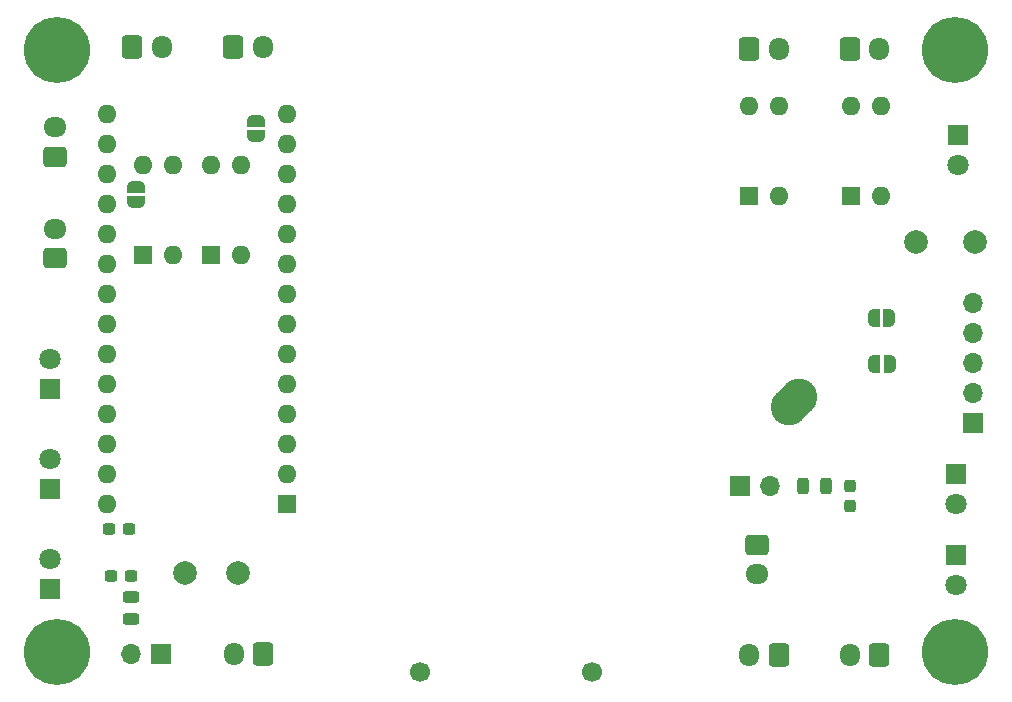
<source format=gbr>
%TF.GenerationSoftware,KiCad,Pcbnew,8.0.9-8.0.9-0~ubuntu22.04.1*%
%TF.CreationDate,2025-11-06T16:29:17+09:00*%
%TF.ProjectId,TweliteEmergencyStop,5477656c-6974-4654-956d-657267656e63,rev?*%
%TF.SameCoordinates,Original*%
%TF.FileFunction,Soldermask,Bot*%
%TF.FilePolarity,Negative*%
%FSLAX46Y46*%
G04 Gerber Fmt 4.6, Leading zero omitted, Abs format (unit mm)*
G04 Created by KiCad (PCBNEW 8.0.9-8.0.9-0~ubuntu22.04.1) date 2025-11-06 16:29:17*
%MOMM*%
%LPD*%
G01*
G04 APERTURE LIST*
G04 Aperture macros list*
%AMRoundRect*
0 Rectangle with rounded corners*
0 $1 Rounding radius*
0 $2 $3 $4 $5 $6 $7 $8 $9 X,Y pos of 4 corners*
0 Add a 4 corners polygon primitive as box body*
4,1,4,$2,$3,$4,$5,$6,$7,$8,$9,$2,$3,0*
0 Add four circle primitives for the rounded corners*
1,1,$1+$1,$2,$3*
1,1,$1+$1,$4,$5*
1,1,$1+$1,$6,$7*
1,1,$1+$1,$8,$9*
0 Add four rect primitives between the rounded corners*
20,1,$1+$1,$2,$3,$4,$5,0*
20,1,$1+$1,$4,$5,$6,$7,0*
20,1,$1+$1,$6,$7,$8,$9,0*
20,1,$1+$1,$8,$9,$2,$3,0*%
%AMHorizOval*
0 Thick line with rounded ends*
0 $1 width*
0 $2 $3 position (X,Y) of the first rounded end (center of the circle)*
0 $4 $5 position (X,Y) of the second rounded end (center of the circle)*
0 Add line between two ends*
20,1,$1,$2,$3,$4,$5,0*
0 Add two circle primitives to create the rounded ends*
1,1,$1,$2,$3*
1,1,$1,$4,$5*%
%AMFreePoly0*
4,1,19,0.500000,-0.750000,0.000000,-0.750000,0.000000,-0.744911,-0.071157,-0.744911,-0.207708,-0.704816,-0.327430,-0.627875,-0.420627,-0.520320,-0.479746,-0.390866,-0.500000,-0.250000,-0.500000,0.250000,-0.479746,0.390866,-0.420627,0.520320,-0.327430,0.627875,-0.207708,0.704816,-0.071157,0.744911,0.000000,0.744911,0.000000,0.750000,0.500000,0.750000,0.500000,-0.750000,0.500000,-0.750000,
$1*%
%AMFreePoly1*
4,1,19,0.000000,0.744911,0.071157,0.744911,0.207708,0.704816,0.327430,0.627875,0.420627,0.520320,0.479746,0.390866,0.500000,0.250000,0.500000,-0.250000,0.479746,-0.390866,0.420627,-0.520320,0.327430,-0.627875,0.207708,-0.704816,0.071157,-0.744911,0.000000,-0.744911,0.000000,-0.750000,-0.500000,-0.750000,-0.500000,0.750000,0.000000,0.750000,0.000000,0.744911,0.000000,0.744911,
$1*%
G04 Aperture macros list end*
%ADD10RoundRect,0.250000X-0.600000X-0.725000X0.600000X-0.725000X0.600000X0.725000X-0.600000X0.725000X0*%
%ADD11O,1.700000X1.950000*%
%ADD12R,1.700000X1.700000*%
%ADD13O,1.700000X1.700000*%
%ADD14RoundRect,0.250000X0.725000X-0.600000X0.725000X0.600000X-0.725000X0.600000X-0.725000X-0.600000X0*%
%ADD15O,1.950000X1.700000*%
%ADD16C,2.000000*%
%ADD17R,1.600000X1.600000*%
%ADD18O,1.600000X1.600000*%
%ADD19RoundRect,0.250000X0.600000X0.725000X-0.600000X0.725000X-0.600000X-0.725000X0.600000X-0.725000X0*%
%ADD20C,1.700000*%
%ADD21C,5.600000*%
%ADD22R,1.800000X1.800000*%
%ADD23C,1.800000*%
%ADD24RoundRect,0.250000X-0.725000X0.600000X-0.725000X-0.600000X0.725000X-0.600000X0.725000X0.600000X0*%
%ADD25HorizOval,3.100000X0.424264X0.424264X-0.424264X-0.424264X0*%
%ADD26RoundRect,0.237500X0.300000X0.237500X-0.300000X0.237500X-0.300000X-0.237500X0.300000X-0.237500X0*%
%ADD27FreePoly0,0.000000*%
%ADD28FreePoly1,0.000000*%
%ADD29RoundRect,0.237500X-0.237500X0.300000X-0.237500X-0.300000X0.237500X-0.300000X0.237500X0.300000X0*%
%ADD30RoundRect,0.243750X-0.456250X0.243750X-0.456250X-0.243750X0.456250X-0.243750X0.456250X0.243750X0*%
%ADD31FreePoly0,270.000000*%
%ADD32FreePoly1,270.000000*%
%ADD33RoundRect,0.243750X0.243750X0.456250X-0.243750X0.456250X-0.243750X-0.456250X0.243750X-0.456250X0*%
%ADD34FreePoly0,180.000000*%
%ADD35FreePoly1,180.000000*%
G04 APERTURE END LIST*
D10*
%TO.C,OUT1*%
X170544000Y-41456000D03*
D11*
X173044000Y-41456000D03*
%TD*%
D12*
%TO.C,J2*%
X164448000Y-92774000D03*
D13*
X161908000Y-92774000D03*
%TD*%
D14*
%TO.C,Em2*%
X155420000Y-59293000D03*
D15*
X155420000Y-56793000D03*
%TD*%
D16*
%TO.C,Vcc*%
X166480000Y-85916000D03*
%TD*%
D17*
%TO.C,U6*%
X222823000Y-54029000D03*
D18*
X225363000Y-54029000D03*
X225363000Y-46409000D03*
X222823000Y-46409000D03*
%TD*%
D19*
%TO.C,J13*%
X173084000Y-92774000D03*
D11*
X170584000Y-92774000D03*
%TD*%
D10*
%TO.C,OUT1*%
X214232000Y-41593000D03*
D11*
X216732000Y-41593000D03*
%TD*%
D17*
%TO.C,U4*%
X162924000Y-58992000D03*
D18*
X165464000Y-58992000D03*
X165464000Y-51372000D03*
X162924000Y-51372000D03*
%TD*%
D16*
%TO.C,Vcc*%
X228320000Y-57956000D03*
%TD*%
D20*
%TO.C,J1*%
X200870000Y-94356000D03*
X186370000Y-94356000D03*
%TD*%
D19*
%TO.C,Em2*%
X225241000Y-92901000D03*
D11*
X222741000Y-92901000D03*
%TD*%
D17*
%TO.C,U3*%
X168639000Y-58992000D03*
D18*
X171179000Y-58992000D03*
X171179000Y-51372000D03*
X168639000Y-51372000D03*
%TD*%
D17*
%TO.C,U2*%
X175060000Y-80074000D03*
D18*
X175060000Y-77534000D03*
X175060000Y-74994000D03*
X175060000Y-72454000D03*
X175060000Y-69914000D03*
X175060000Y-67374000D03*
X175060000Y-64834000D03*
X175060000Y-62294000D03*
X175060000Y-59754000D03*
X175060000Y-57214000D03*
X175060000Y-54674000D03*
X175060000Y-52134000D03*
X175060000Y-49594000D03*
X175060000Y-47054000D03*
X159820000Y-47054000D03*
X159820000Y-49594000D03*
X159820000Y-52134000D03*
X159820000Y-54674000D03*
X159820000Y-57214000D03*
X159820000Y-59754000D03*
X159820000Y-62294000D03*
X159820000Y-64834000D03*
X159820000Y-67374000D03*
X159820000Y-69914000D03*
X159820000Y-72454000D03*
X159820000Y-74994000D03*
X159820000Y-77534000D03*
X159820000Y-80074000D03*
%TD*%
D16*
%TO.C,GND*%
X233320000Y-57956000D03*
%TD*%
D21*
%TO.C,REF\u002A\u002A*%
X155620000Y-92656000D03*
%TD*%
D19*
%TO.C,Em1*%
X216721200Y-92901000D03*
D11*
X214221200Y-92901000D03*
%TD*%
D17*
%TO.C,U5*%
X214187000Y-54029000D03*
D18*
X216727000Y-54029000D03*
X216727000Y-46409000D03*
X214187000Y-46409000D03*
%TD*%
D21*
%TO.C,REF\u002A\u002A*%
X231620000Y-92656000D03*
%TD*%
D22*
%TO.C,User*%
X155020000Y-70379666D03*
D23*
X155020000Y-67839666D03*
%TD*%
D14*
%TO.C,Em1*%
X155420000Y-50697000D03*
D15*
X155420000Y-48197000D03*
%TD*%
D16*
%TO.C,GND*%
X170925000Y-85916000D03*
%TD*%
D12*
%TO.C,J5*%
X233155000Y-73216000D03*
D13*
X233155000Y-70676000D03*
X233155000Y-68136000D03*
X233155000Y-65596000D03*
X233155000Y-63056000D03*
%TD*%
D22*
%TO.C,Power*%
X231758000Y-84392000D03*
D23*
X231758000Y-86932000D03*
%TD*%
D22*
%TO.C,Low Voltage*%
X231758000Y-77529000D03*
D23*
X231758000Y-80069000D03*
%TD*%
D24*
%TO.C,J14*%
X214867000Y-83543000D03*
D15*
X214867000Y-86043000D03*
%TD*%
D21*
%TO.C,REF\u002A\u002A*%
X231620000Y-41656000D03*
%TD*%
D22*
%TO.C,Low Voltage*%
X155020000Y-87296000D03*
D23*
X155020000Y-84756000D03*
%TD*%
D10*
%TO.C,OUT2*%
X222741000Y-41593000D03*
D11*
X225241000Y-41593000D03*
%TD*%
D22*
%TO.C,User*%
X231920000Y-48856000D03*
D23*
X231920000Y-51396000D03*
%TD*%
D10*
%TO.C,O2*%
X161994000Y-41456000D03*
D11*
X164494000Y-41456000D03*
%TD*%
D12*
%TO.C,J6*%
X213465000Y-78550000D03*
D13*
X216005000Y-78550000D03*
%TD*%
D22*
%TO.C,Power*%
X155020000Y-78846333D03*
D23*
X155020000Y-76306333D03*
%TD*%
D21*
%TO.C,REF\u002A\u002A*%
X155620000Y-41656000D03*
%TD*%
D25*
%TO.C,U1*%
X218016500Y-71455000D03*
%TD*%
D26*
%TO.C,C1*%
X161880503Y-86201003D03*
X160155503Y-86201003D03*
%TD*%
D27*
%TO.C,JP1*%
X224811000Y-68263000D03*
D28*
X226111000Y-68263000D03*
%TD*%
D29*
%TO.C,C2*%
X222741000Y-78550000D03*
X222741000Y-80275000D03*
%TD*%
D26*
%TO.C,C3*%
X161720000Y-82256000D03*
X159995000Y-82256000D03*
%TD*%
D30*
%TO.C,F1*%
X161908000Y-87978000D03*
X161908000Y-89853000D03*
%TD*%
D31*
%TO.C,JP2*%
X172420000Y-47656000D03*
D32*
X172420000Y-48956000D03*
%TD*%
D33*
%TO.C,F2*%
X220679000Y-78550000D03*
X218804000Y-78550000D03*
%TD*%
D31*
%TO.C,JP4*%
X162289000Y-53277000D03*
D32*
X162289000Y-54577000D03*
%TD*%
D34*
%TO.C,JP3*%
X226043000Y-64326000D03*
D35*
X224743000Y-64326000D03*
%TD*%
M02*

</source>
